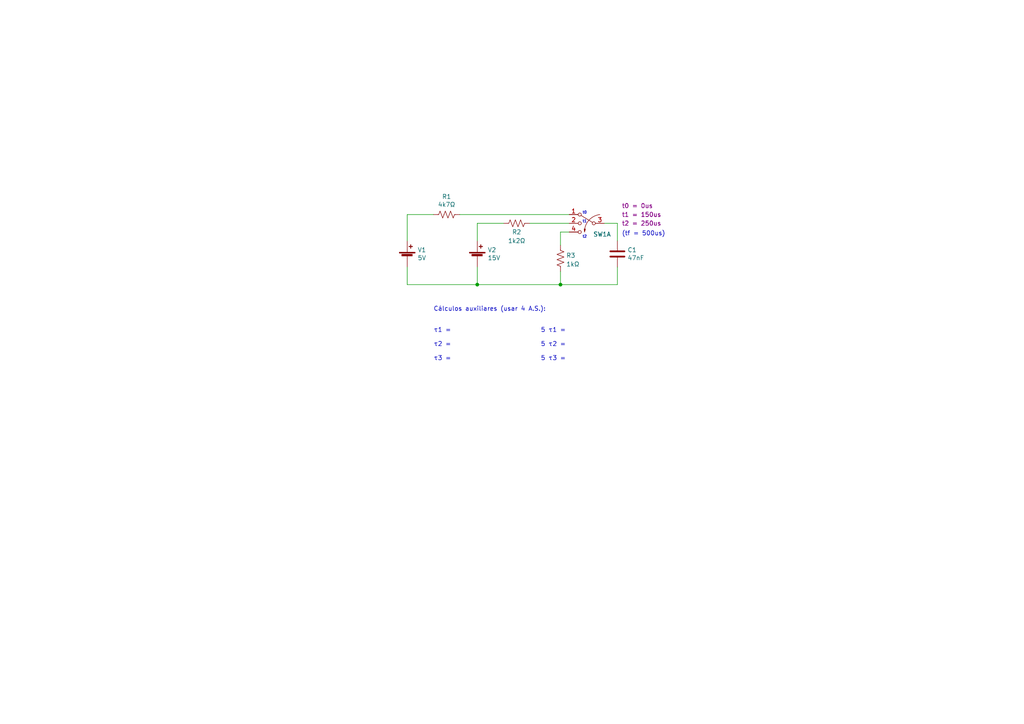
<source format=kicad_sch>
(kicad_sch (version 20211123) (generator eeschema)
  (paper "A4")
  (title_block (title "Questão 10 - P2/2020 - Noturno") (date "2020-11-19") (rev "0") (company "ETE103 - Fundamentos de Circuitos Analógicos"))
  (lib_symbols
    (symbol "Device:Battery_Cell" (pin_numbers hide) (pin_names (offset 0) hide)
      (property "Reference" "BT" (at 2.54 2.54 0))
      (property "Value" "Battery_Cell" (at 2.54 0 0))
      (symbol "Battery_Cell_0_1"
        (rectangle (start -2.286 1.778) (end 2.286 1.524) (fill (type outline)))
        (rectangle (start -1.5748 1.1938) (end 1.4732 0.6858) (fill (type outline)))
        (polyline (pts (xy 0 0.762) (xy 0 0)))
        (polyline (pts (xy 0 1.778) (xy 0 2.54)))
        (polyline (pts (xy 0.508 3.429) (xy 1.524 3.429)) (stroke (width 0.254)))
        (polyline (pts (xy 1.016 3.937) (xy 1.016 2.921)) (stroke (width 0.254)))
      )
      (symbol "Battery_Cell_1_1"
        (pin passive line (at 0 5.08 270) (length 2.54) (name "+") (number "1"))
        (pin passive line (at 0 -2.54 90) (length 2.54) (name "-") (number "2"))
      )
    )
    (symbol "Device:C" (pin_numbers hide) (pin_names (offset 0.254))
      (property "Reference" "C" (at 0.635 2.54 0))
      (property "Value" "C" (at 0.635 -2.54 0))
      (symbol "C_0_1"
        (polyline (pts (xy -2.032 -0.762) (xy 2.032 -0.762)) (stroke (width 0.508)))
        (polyline (pts (xy -2.032 0.762) (xy 2.032 0.762)) (stroke (width 0.508)))
      )
      (symbol "C_1_1"
        (pin passive line (at 0 3.81 270) (length 2.794) (name "~") (number "1"))
        (pin passive line (at 0 -3.81 90) (length 2.794) (name "~") (number "2"))
      )
    )
    (symbol "Device:R_US" (pin_numbers hide) (pin_names (offset 0))
      (property "Reference" "R" (at 2.54 0 90))
      (property "Value" "R_US" (at -2.54 0 90))
      (symbol "R_US_0_1"
        (polyline (pts (xy 0 -2.286) (xy 0 -2.54)))
        (polyline (pts (xy 0 2.286) (xy 0 2.54)))
        (polyline (pts (xy 0 -0.762) (xy 1.016 -1.143) (xy 0 -1.524) (xy -1.016 -1.905) (xy 0 -2.286)))
        (polyline (pts (xy 0 0.762) (xy 1.016 0.381) (xy 0 0) (xy -1.016 -0.381) (xy 0 -0.762)))
        (polyline (pts (xy 0 2.286) (xy 1.016 1.905) (xy 0 1.524) (xy -1.016 1.143) (xy 0 0.762)))
      )
      (symbol "R_US_1_1"
        (pin passive line (at 0 3.81 270) (length 1.27) (name "~") (number "1"))
        (pin passive line (at 0 -3.81 90) (length 1.27) (name "~") (number "2"))
      )
    )
    (symbol "Switch:SW_DP3T" (pin_names (offset 0) hide)
      (property "Reference" "SW" (at 0 5.08 0))
      (property "Value" "SW_DP3T" (at 0 -5.08 0))
      (symbol "SW_DP3T_0_1"
        (circle (center -2.032 0) (radius 0.4572))
        (polyline (pts (xy -1.651 0.254) (xy 1.651 2.286)))
        (circle (center 2.032 -2.54) (radius 0.4572))
        (circle (center 2.032 0) (radius 0.4572))
        (circle (center 2.032 2.54) (radius 0.4572))
      )
      (symbol "SW_DP3T_1_1"
        (pin passive line (at 5.08 2.54 180) (length 2.54) (name "1") (number "1"))
        (pin passive line (at 5.08 0 180) (length 2.54) (name "2") (number "2"))
        (pin passive line (at -5.08 0 0) (length 2.54) (name "3") (number "3"))
        (pin passive line (at 5.08 -2.54 180) (length 2.54) (name "4") (number "4"))
      )
      (symbol "SW_DP3T_2_1"
        (pin passive line (at 5.08 2.54 180) (length 2.54) (name "5") (number "5"))
        (pin passive line (at 5.08 0 180) (length 2.54) (name "6") (number "6"))
        (pin passive line (at -5.08 0 0) (length 2.54) (name "7") (number "7"))
        (pin passive line (at 5.08 -2.54 180) (length 2.54) (name "8") (number "8"))
      )
    )
    (symbol "carga-e-descarga-de-capacitor-rescue:seta_tempo-Pessoal" (pin_names (offset 1.016))
      (property "Reference" "t" (at 0.762 3.937 0))
      (property "Instante" "t0 = 0s" (at 2.286 5.207 0))
      (symbol "seta_tempo-Pessoal_0_1"
        (polyline (pts (xy 5.08 4.445) (xy 4.191 4.572) (xy 4.191 4.191) (xy 5.08 4.445)) (fill (type outline)))
        (arc (start 4.445 4.445) (mid 1.4468 2.9929) (end 0 0))
      )
    )
  )
  (junction (at 138.43 82.55))
  (junction (at 162.56 82.55))
  (wire (pts (xy 162.56 82.55) (xy 179.07 82.55)))
  (wire (pts (xy 138.43 77.47) (xy 138.43 82.55)))
  (wire (pts (xy 179.07 64.77) (xy 179.07 69.85)))
  (wire (pts (xy 179.07 77.47) (xy 179.07 82.55)))
  (wire (pts (xy 138.43 82.55) (xy 162.56 82.55)))
  (wire (pts (xy 146.05 64.77) (xy 138.43 64.77)))
  (wire (pts (xy 162.56 67.31) (xy 162.56 71.12)))
  (wire (pts (xy 175.26 64.77) (xy 179.07 64.77)))
  (wire (pts (xy 165.1 67.31) (xy 162.56 67.31)))
  (wire (pts (xy 162.56 78.74) (xy 162.56 82.55)))
  (wire (pts (xy 165.1 62.23) (xy 133.35 62.23)))
  (wire (pts (xy 118.11 77.47) (xy 118.11 82.55)))
  (wire (pts (xy 118.11 62.23) (xy 125.73 62.23)))
  (wire (pts (xy 118.11 82.55) (xy 138.43 82.55)))
  (wire (pts (xy 118.11 69.85) (xy 118.11 62.23)))
  (wire (pts (xy 153.67 64.77) (xy 165.1 64.77)))
  (wire (pts (xy 138.43 64.77) (xy 138.43 69.85)))
  (text "Cálculos auxiliares (usar 4 A.S.):\n\n\nτ1 =                           5 τ1 = \n\nτ2 =                           5 τ2 = \n\nτ3 =                           5 τ3 = " (at 125.73 104.775 0) (effects (font (size 1.27 1.27)) (justify left bottom)))
  (text "t1" (at 168.91 64.77 0) (effects (font (size 0.762 0.762)) (justify left bottom)))
  (text "t0" (at 168.91 62.23 0) (effects (font (size 0.762 0.762)) (justify left bottom)))
  (text "(tf = 500us)" (at 180.34 68.58 0) (effects (font (size 1.27 1.27)) (justify left bottom)))
  (text "t2" (at 168.91 69.215 0) (effects (font (size 0.762 0.762)) (justify left bottom)))
  (symbol (lib_id "Device:Battery_Cell") (at 118.11 74.93 0) (unit 1)
    (property "Reference" "V1" (at 121.1072 72.4916 0) (effects (justify left)))
    (property "Value" "5V" (at 121.1072 74.803 0) (effects (justify left)))
  )
  (symbol (lib_id "Device:Battery_Cell") (at 138.43 74.93 0) (unit 1)
    (property "Reference" "V2" (at 141.4272 72.4916 0) (effects (justify left)))
    (property "Value" "15V" (at 141.4272 74.803 0) (effects (justify left)))
  )
  (symbol (lib_id "Device:R_US") (at 129.54 62.23 270) (unit 1)
    (property "Reference" "R1" (at 129.54 57.023 90))
    (property "Value" "4k7Ω" (at 129.54 59.3344 90))
  )
  (symbol (lib_id "Device:R_US") (at 149.86 64.77 270) (unit 1)
    (property "Reference" "R2" (at 149.86 67.31 90))
    (property "Value" "1k2Ω" (at 149.86 69.85 90))
  )
  (symbol (lib_id "Device:C") (at 179.07 73.66 0) (unit 1)
    (property "Reference" "C1" (at 181.991 72.4916 0) (effects (justify left)))
    (property "Value" "47nF" (at 181.991 74.803 0) (effects (justify left)))
  )
  (symbol (lib_id "Switch:SW_DP3T") (at 170.18 64.77 0) (mirror y) (unit 1)
    (property "Reference" "SW1" (at 174.625 67.945 0))
    (property "Value" "SW_DP3T" (effects hide))
  )
  (symbol (lib_id "carga-e-descarga-de-capacitor-rescue:seta_tempo-Pessoal") (at 173.99 62.23 90) (mirror x) (unit 1)
    (property "Reference" "t1" (effects hide))
    (property "Value" "seta_tempo" (effects hide))
    (property "Instante" "t0 = 0us" (at 180.34 59.69 90) (effects (justify right)))
    (property "Instante2" "t1 = 150us" (at 180.34 62.23 90) (effects (justify right)))
    (property "Instante3" "t2 = 250us" (at 180.34 64.77 90) (effects (justify right)))
  )
  (symbol (lib_id "Device:R_US") (at 162.56 74.93 0) (unit 1)
    (property "Reference" "R3" (at 164.211 74.0953 0) (effects (justify left)))
    (property "Value" "1kΩ" (at 164.211 76.6322 0) (effects (justify left)))
  )
)
</source>
